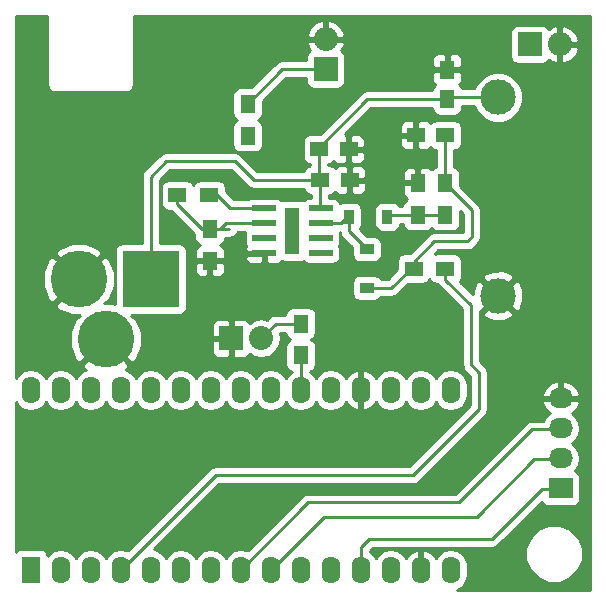
<source format=gbr>
G04 #@! TF.FileFunction,Copper,L1,Top,Signal*
%FSLAX46Y46*%
G04 Gerber Fmt 4.6, Leading zero omitted, Abs format (unit mm)*
G04 Created by KiCad (PCBNEW 4.0.2-stable) date Sunday, December 18, 2016 'PMt' 04:17:45 PM*
%MOMM*%
G01*
G04 APERTURE LIST*
%ADD10C,0.100000*%
%ADD11R,1.574800X2.286000*%
%ADD12O,1.574800X2.286000*%
%ADD13C,4.800600*%
%ADD14R,4.800600X4.800600*%
%ADD15C,3.000000*%
%ADD16R,1.500000X1.250000*%
%ADD17R,1.220000X0.910000*%
%ADD18R,0.910000X1.220000*%
%ADD19R,2.032000X2.032000*%
%ADD20O,2.032000X2.032000*%
%ADD21R,1.300000X1.500000*%
%ADD22R,1.500000X1.300000*%
%ADD23R,2.000000X0.500000*%
%ADD24R,1.300000X4.000000*%
%ADD25R,2.032000X1.727200*%
%ADD26O,2.032000X1.727200*%
%ADD27R,1.250000X1.500000*%
%ADD28C,0.250000*%
%ADD29C,0.254000*%
G04 APERTURE END LIST*
D10*
D11*
X65950000Y-107620000D03*
D12*
X68490000Y-107620000D03*
X71030000Y-107620000D03*
X73570000Y-107620000D03*
X76110000Y-107620000D03*
X78650000Y-107620000D03*
X81190000Y-107620000D03*
X83730000Y-107620000D03*
X86270000Y-107620000D03*
X88810000Y-107620000D03*
X91350000Y-107620000D03*
X93890000Y-107620000D03*
X96430000Y-107620000D03*
X98970000Y-107620000D03*
X101510000Y-107620000D03*
X101510000Y-92380000D03*
X98970000Y-92380000D03*
X96430000Y-92380000D03*
X93890000Y-92380000D03*
X91350000Y-92380000D03*
X88810000Y-92380000D03*
X86270000Y-92380000D03*
X83730000Y-92380000D03*
X81190000Y-92380000D03*
X78650000Y-92380000D03*
X76110000Y-92380000D03*
X73570000Y-92380000D03*
X71030000Y-92380000D03*
X68490000Y-92380000D03*
X65950000Y-92380000D03*
D13*
X70000000Y-83000000D03*
D14*
X76096000Y-83000000D03*
D13*
X72286000Y-88080000D03*
D15*
X105500000Y-84400000D03*
X105500000Y-67600000D03*
D16*
X90350000Y-72000000D03*
X92850000Y-72000000D03*
X98550000Y-70800000D03*
X101050000Y-70800000D03*
D17*
X94400000Y-83735000D03*
X94400000Y-80465000D03*
D18*
X92865000Y-77700000D03*
X96135000Y-77700000D03*
D19*
X82900000Y-88000000D03*
D20*
X85440000Y-88000000D03*
D19*
X90900000Y-65200000D03*
D20*
X90900000Y-62660000D03*
D21*
X81100000Y-81450000D03*
X81100000Y-78750000D03*
X84300000Y-70850000D03*
X84300000Y-68150000D03*
D22*
X78350000Y-75900000D03*
X81050000Y-75900000D03*
D21*
X98700000Y-74850000D03*
X98700000Y-77550000D03*
X101000000Y-77550000D03*
X101000000Y-74850000D03*
X88800000Y-89450000D03*
X88800000Y-86750000D03*
D22*
X101050000Y-82100000D03*
X98350000Y-82100000D03*
D19*
X108200000Y-63100000D03*
D20*
X110740000Y-63100000D03*
D23*
X90500000Y-78265000D03*
X90500000Y-79535000D03*
X90500000Y-80805000D03*
X90500000Y-76995000D03*
X85700000Y-80805000D03*
X85700000Y-79535000D03*
X85700000Y-78265000D03*
X85700000Y-76995000D03*
D24*
X88100000Y-78900000D03*
D25*
X110800000Y-100700000D03*
D26*
X110800000Y-98160000D03*
X110800000Y-95620000D03*
X110800000Y-93080000D03*
D27*
X101200000Y-67750000D03*
X101200000Y-65250000D03*
D16*
X90450000Y-74600000D03*
X92950000Y-74600000D03*
D28*
X111600000Y-95720000D02*
X108380000Y-95720000D01*
X108380000Y-95720000D02*
X102200000Y-101900000D01*
X102200000Y-101900000D02*
X89450000Y-101900000D01*
X89450000Y-101900000D02*
X83730000Y-107620000D01*
X90790000Y-103100000D02*
X86270000Y-107620000D01*
X103700000Y-103100000D02*
X90790000Y-103100000D01*
X108540000Y-98260000D02*
X103700000Y-103100000D01*
X111600000Y-98260000D02*
X108540000Y-98260000D01*
X92865000Y-77600000D02*
X92865000Y-78930000D01*
X92865000Y-78930000D02*
X94400000Y-80465000D01*
X90500000Y-78265000D02*
X92200000Y-78265000D01*
X92200000Y-78265000D02*
X92865000Y-77600000D01*
X98700000Y-77550000D02*
X101000000Y-77550000D01*
X96135000Y-77600000D02*
X98650000Y-77600000D01*
X98650000Y-77600000D02*
X98700000Y-77550000D01*
X81590000Y-99600000D02*
X73570000Y-107620000D01*
X98300000Y-99600000D02*
X81590000Y-99600000D01*
X103900000Y-94000000D02*
X98300000Y-99600000D01*
X103900000Y-90900000D02*
X103900000Y-94000000D01*
X103200000Y-90200000D02*
X103900000Y-90900000D01*
X103200000Y-85200000D02*
X103200000Y-90200000D01*
X101050000Y-83050000D02*
X103200000Y-85200000D01*
X101050000Y-82100000D02*
X101050000Y-83050000D01*
X90900000Y-65200000D02*
X87250000Y-65200000D01*
X87250000Y-65200000D02*
X84300000Y-68150000D01*
X76096000Y-83000000D02*
X76096000Y-74304000D01*
X84800000Y-74600000D02*
X90450000Y-74600000D01*
X83200000Y-73000000D02*
X84800000Y-74600000D01*
X77400000Y-73000000D02*
X83200000Y-73000000D01*
X76096000Y-74304000D02*
X77400000Y-73000000D01*
X111600000Y-100800000D02*
X109200000Y-100800000D01*
X93890000Y-105710000D02*
X93890000Y-107620000D01*
X94600000Y-105000000D02*
X93890000Y-105710000D01*
X105000000Y-105000000D02*
X94600000Y-105000000D01*
X109200000Y-100800000D02*
X105000000Y-105000000D01*
X101200000Y-67750000D02*
X94450000Y-67750000D01*
X94450000Y-67750000D02*
X90350000Y-71850000D01*
X90350000Y-71850000D02*
X90350000Y-72000000D01*
X105500000Y-67600000D02*
X101350000Y-67600000D01*
X101350000Y-67600000D02*
X101200000Y-67750000D01*
X90350000Y-74700000D02*
X90450000Y-74600000D01*
X90350000Y-72000000D02*
X90350000Y-71950000D01*
X90390000Y-74800000D02*
X90390000Y-76885000D01*
X90390000Y-76885000D02*
X90500000Y-76995000D01*
X90350000Y-72000000D02*
X90350000Y-74760000D01*
X90350000Y-74760000D02*
X90390000Y-74800000D01*
X101050000Y-70800000D02*
X101050000Y-74800000D01*
X101050000Y-74800000D02*
X101000000Y-74850000D01*
X98350000Y-82100000D02*
X98350000Y-81550000D01*
X98350000Y-81550000D02*
X100100000Y-79800000D01*
X103300000Y-77150000D02*
X101000000Y-74850000D01*
X103300000Y-79400000D02*
X103300000Y-77150000D01*
X102900000Y-79800000D02*
X103300000Y-79400000D01*
X100100000Y-79800000D02*
X102900000Y-79800000D01*
X94400000Y-83735000D02*
X96465000Y-83735000D01*
X96465000Y-83735000D02*
X98100000Y-82100000D01*
X98100000Y-82100000D02*
X98350000Y-82100000D01*
X88800000Y-86750000D02*
X86690000Y-86750000D01*
X86690000Y-86750000D02*
X85440000Y-88000000D01*
X88810000Y-92380000D02*
X88810000Y-89460000D01*
X88810000Y-89460000D02*
X88800000Y-89450000D01*
X85700000Y-78265000D02*
X82485000Y-78265000D01*
X82485000Y-78265000D02*
X82000000Y-78750000D01*
X81100000Y-78750000D02*
X80450000Y-78750000D01*
X80450000Y-78750000D02*
X78350000Y-76650000D01*
X78350000Y-76650000D02*
X78350000Y-75900000D01*
X82000000Y-78750000D02*
X81100000Y-78750000D01*
X78400000Y-75850000D02*
X78350000Y-75900000D01*
X81100000Y-78750000D02*
X82750000Y-78750000D01*
X85700000Y-76995000D02*
X82845000Y-76995000D01*
X82845000Y-76995000D02*
X81750000Y-75900000D01*
X81750000Y-75900000D02*
X81050000Y-75900000D01*
D29*
G36*
X67315000Y-66500000D02*
X67367143Y-66762138D01*
X67515632Y-66984368D01*
X67737862Y-67132857D01*
X68000000Y-67185000D01*
X74000000Y-67185000D01*
X74262138Y-67132857D01*
X74484368Y-66984368D01*
X74632857Y-66762138D01*
X74685000Y-66500000D01*
X74685000Y-62277056D01*
X89294025Y-62277056D01*
X89413164Y-62533000D01*
X90773000Y-62533000D01*
X90773000Y-61172633D01*
X91027000Y-61172633D01*
X91027000Y-62533000D01*
X92386836Y-62533000D01*
X92505975Y-62277056D01*
X92426013Y-62084000D01*
X106536560Y-62084000D01*
X106536560Y-64116000D01*
X106580838Y-64351317D01*
X106719910Y-64567441D01*
X106932110Y-64712431D01*
X107184000Y-64763440D01*
X109216000Y-64763440D01*
X109451317Y-64719162D01*
X109667441Y-64580090D01*
X109778840Y-64417052D01*
X109875182Y-64506385D01*
X110357056Y-64705975D01*
X110613000Y-64586836D01*
X110613000Y-63227000D01*
X110867000Y-63227000D01*
X110867000Y-64586836D01*
X111122944Y-64705975D01*
X111604818Y-64506385D01*
X112077188Y-64068379D01*
X112345983Y-63482946D01*
X112227367Y-63227000D01*
X110867000Y-63227000D01*
X110613000Y-63227000D01*
X110593000Y-63227000D01*
X110593000Y-62973000D01*
X110613000Y-62973000D01*
X110613000Y-61613164D01*
X110867000Y-61613164D01*
X110867000Y-62973000D01*
X112227367Y-62973000D01*
X112345983Y-62717054D01*
X112077188Y-62131621D01*
X111604818Y-61693615D01*
X111122944Y-61494025D01*
X110867000Y-61613164D01*
X110613000Y-61613164D01*
X110357056Y-61494025D01*
X109875182Y-61693615D01*
X109777602Y-61784097D01*
X109680090Y-61632559D01*
X109467890Y-61487569D01*
X109216000Y-61436560D01*
X107184000Y-61436560D01*
X106948683Y-61480838D01*
X106732559Y-61619910D01*
X106587569Y-61832110D01*
X106536560Y-62084000D01*
X92426013Y-62084000D01*
X92306385Y-61795182D01*
X91868379Y-61322812D01*
X91282946Y-61054017D01*
X91027000Y-61172633D01*
X90773000Y-61172633D01*
X90517054Y-61054017D01*
X89931621Y-61322812D01*
X89493615Y-61795182D01*
X89294025Y-62277056D01*
X74685000Y-62277056D01*
X74685000Y-60685000D01*
X113315000Y-60685000D01*
X113315000Y-109315000D01*
X102068635Y-109315000D01*
X102515789Y-109016222D01*
X102824126Y-108554762D01*
X102932400Y-108010433D01*
X102932400Y-107229567D01*
X102833473Y-106732226D01*
X107814579Y-106732226D01*
X108184504Y-107627514D01*
X108868883Y-108313088D01*
X109763524Y-108684576D01*
X110732226Y-108685421D01*
X111627514Y-108315496D01*
X112313088Y-107631117D01*
X112684576Y-106736476D01*
X112685421Y-105767774D01*
X112315496Y-104872486D01*
X111631117Y-104186912D01*
X110736476Y-103815424D01*
X109767774Y-103814579D01*
X108872486Y-104184504D01*
X108186912Y-104868883D01*
X107815424Y-105763524D01*
X107814579Y-106732226D01*
X102833473Y-106732226D01*
X102824126Y-106685238D01*
X102515789Y-106223778D01*
X102054329Y-105915441D01*
X101510000Y-105807167D01*
X100965671Y-105915441D01*
X100504211Y-106223778D01*
X100240246Y-106618830D01*
X100235525Y-106602738D01*
X99885986Y-106168809D01*
X99396996Y-105901673D01*
X99317060Y-105884990D01*
X99097000Y-106007148D01*
X99097000Y-107493000D01*
X99117000Y-107493000D01*
X99117000Y-107747000D01*
X99097000Y-107747000D01*
X99097000Y-107767000D01*
X98843000Y-107767000D01*
X98843000Y-107747000D01*
X98823000Y-107747000D01*
X98823000Y-107493000D01*
X98843000Y-107493000D01*
X98843000Y-106007148D01*
X98622940Y-105884990D01*
X98543004Y-105901673D01*
X98054014Y-106168809D01*
X97704475Y-106602738D01*
X97699754Y-106618830D01*
X97435789Y-106223778D01*
X96974329Y-105915441D01*
X96430000Y-105807167D01*
X95885671Y-105915441D01*
X95424211Y-106223778D01*
X95160000Y-106619199D01*
X94895789Y-106223778D01*
X94650000Y-106059547D01*
X94650000Y-106024802D01*
X94914802Y-105760000D01*
X105000000Y-105760000D01*
X105290839Y-105702148D01*
X105537401Y-105537401D01*
X109218052Y-101856750D01*
X109319910Y-102015041D01*
X109532110Y-102160031D01*
X109784000Y-102211040D01*
X111816000Y-102211040D01*
X112051317Y-102166762D01*
X112267441Y-102027690D01*
X112412431Y-101815490D01*
X112463440Y-101563600D01*
X112463440Y-99836400D01*
X112419162Y-99601083D01*
X112280090Y-99384959D01*
X112067890Y-99239969D01*
X112026561Y-99231600D01*
X112044415Y-99219670D01*
X112369271Y-98733489D01*
X112483345Y-98160000D01*
X112369271Y-97586511D01*
X112044415Y-97100330D01*
X111729634Y-96890000D01*
X112044415Y-96679670D01*
X112369271Y-96193489D01*
X112483345Y-95620000D01*
X112369271Y-95046511D01*
X112044415Y-94560330D01*
X111734931Y-94353539D01*
X112150732Y-93982036D01*
X112404709Y-93454791D01*
X112407358Y-93439026D01*
X112286217Y-93207000D01*
X110927000Y-93207000D01*
X110927000Y-93227000D01*
X110673000Y-93227000D01*
X110673000Y-93207000D01*
X109313783Y-93207000D01*
X109192642Y-93439026D01*
X109195291Y-93454791D01*
X109449268Y-93982036D01*
X109865069Y-94353539D01*
X109555585Y-94560330D01*
X109288534Y-94960000D01*
X108380000Y-94960000D01*
X108089161Y-95017852D01*
X107842599Y-95182599D01*
X101885198Y-101140000D01*
X89450000Y-101140000D01*
X89159161Y-101197852D01*
X88912599Y-101362599D01*
X84325539Y-105949659D01*
X84274329Y-105915441D01*
X83730000Y-105807167D01*
X83185671Y-105915441D01*
X82724211Y-106223778D01*
X82460000Y-106619199D01*
X82195789Y-106223778D01*
X81734329Y-105915441D01*
X81190000Y-105807167D01*
X80645671Y-105915441D01*
X80184211Y-106223778D01*
X79920000Y-106619199D01*
X79655789Y-106223778D01*
X79194329Y-105915441D01*
X78650000Y-105807167D01*
X78105671Y-105915441D01*
X77644211Y-106223778D01*
X77380000Y-106619199D01*
X77115789Y-106223778D01*
X76654329Y-105915441D01*
X76399959Y-105864843D01*
X81904802Y-100360000D01*
X98300000Y-100360000D01*
X98590839Y-100302148D01*
X98837401Y-100137401D01*
X104437401Y-94537401D01*
X104602148Y-94290839D01*
X104660000Y-94000000D01*
X104660000Y-92720974D01*
X109192642Y-92720974D01*
X109313783Y-92953000D01*
X110673000Y-92953000D01*
X110673000Y-91739076D01*
X110927000Y-91739076D01*
X110927000Y-92953000D01*
X112286217Y-92953000D01*
X112407358Y-92720974D01*
X112404709Y-92705209D01*
X112150732Y-92177964D01*
X111714320Y-91788046D01*
X111161913Y-91594816D01*
X110927000Y-91739076D01*
X110673000Y-91739076D01*
X110438087Y-91594816D01*
X109885680Y-91788046D01*
X109449268Y-92177964D01*
X109195291Y-92705209D01*
X109192642Y-92720974D01*
X104660000Y-92720974D01*
X104660000Y-90900000D01*
X104602148Y-90609161D01*
X104497063Y-90451890D01*
X104437401Y-90362598D01*
X103960000Y-89885198D01*
X103960000Y-85913970D01*
X104165635Y-85913970D01*
X104325418Y-86232739D01*
X105116187Y-86542723D01*
X105965387Y-86526497D01*
X106674582Y-86232739D01*
X106834365Y-85913970D01*
X105500000Y-84579605D01*
X104165635Y-85913970D01*
X103960000Y-85913970D01*
X103960000Y-85721317D01*
X103986030Y-85734365D01*
X105320395Y-84400000D01*
X105679605Y-84400000D01*
X107013970Y-85734365D01*
X107332739Y-85574582D01*
X107642723Y-84783813D01*
X107626497Y-83934613D01*
X107332739Y-83225418D01*
X107013970Y-83065635D01*
X105679605Y-84400000D01*
X105320395Y-84400000D01*
X103986030Y-83065635D01*
X103667261Y-83225418D01*
X103357277Y-84016187D01*
X103362464Y-84287662D01*
X102266643Y-83191841D01*
X102396431Y-83001890D01*
X102419893Y-82886030D01*
X104165635Y-82886030D01*
X105500000Y-84220395D01*
X106834365Y-82886030D01*
X106674582Y-82567261D01*
X105883813Y-82257277D01*
X105034613Y-82273503D01*
X104325418Y-82567261D01*
X104165635Y-82886030D01*
X102419893Y-82886030D01*
X102447440Y-82750000D01*
X102447440Y-81450000D01*
X102403162Y-81214683D01*
X102264090Y-80998559D01*
X102051890Y-80853569D01*
X101800000Y-80802560D01*
X100300000Y-80802560D01*
X100142631Y-80832171D01*
X100414802Y-80560000D01*
X102900000Y-80560000D01*
X103190839Y-80502148D01*
X103437401Y-80337401D01*
X103837401Y-79937401D01*
X104002148Y-79690840D01*
X104038119Y-79510000D01*
X104060000Y-79400000D01*
X104060000Y-77150000D01*
X104018395Y-76940839D01*
X104002148Y-76859160D01*
X103837401Y-76612599D01*
X102297440Y-75072638D01*
X102297440Y-74100000D01*
X102253162Y-73864683D01*
X102114090Y-73648559D01*
X101901890Y-73503569D01*
X101810000Y-73484961D01*
X101810000Y-72070558D01*
X102035317Y-72028162D01*
X102251441Y-71889090D01*
X102396431Y-71676890D01*
X102447440Y-71425000D01*
X102447440Y-70175000D01*
X102403162Y-69939683D01*
X102264090Y-69723559D01*
X102051890Y-69578569D01*
X101800000Y-69527560D01*
X100300000Y-69527560D01*
X100064683Y-69571838D01*
X99848559Y-69710910D01*
X99802031Y-69779006D01*
X99659698Y-69636673D01*
X99426309Y-69540000D01*
X98835750Y-69540000D01*
X98677000Y-69698750D01*
X98677000Y-70673000D01*
X98697000Y-70673000D01*
X98697000Y-70927000D01*
X98677000Y-70927000D01*
X98677000Y-71901250D01*
X98835750Y-72060000D01*
X99426309Y-72060000D01*
X99659698Y-71963327D01*
X99800936Y-71822090D01*
X99835910Y-71876441D01*
X100048110Y-72021431D01*
X100290000Y-72070415D01*
X100290000Y-73463850D01*
X100114683Y-73496838D01*
X99898559Y-73635910D01*
X99852031Y-73704006D01*
X99709699Y-73561673D01*
X99476310Y-73465000D01*
X98985750Y-73465000D01*
X98827000Y-73623750D01*
X98827000Y-74723000D01*
X98847000Y-74723000D01*
X98847000Y-74977000D01*
X98827000Y-74977000D01*
X98827000Y-74997000D01*
X98573000Y-74997000D01*
X98573000Y-74977000D01*
X97573750Y-74977000D01*
X97415000Y-75135750D01*
X97415000Y-75726309D01*
X97511673Y-75959698D01*
X97690301Y-76138327D01*
X97826287Y-76194654D01*
X97814683Y-76196838D01*
X97598559Y-76335910D01*
X97453569Y-76548110D01*
X97402560Y-76800000D01*
X97402560Y-76840000D01*
X97183714Y-76840000D01*
X97054090Y-76638559D01*
X96841890Y-76493569D01*
X96590000Y-76442560D01*
X95680000Y-76442560D01*
X95444683Y-76486838D01*
X95228559Y-76625910D01*
X95083569Y-76838110D01*
X95032560Y-77090000D01*
X95032560Y-78310000D01*
X95076838Y-78545317D01*
X95215910Y-78761441D01*
X95428110Y-78906431D01*
X95680000Y-78957440D01*
X96590000Y-78957440D01*
X96825317Y-78913162D01*
X97041441Y-78774090D01*
X97186431Y-78561890D01*
X97227315Y-78360000D01*
X97413850Y-78360000D01*
X97446838Y-78535317D01*
X97585910Y-78751441D01*
X97798110Y-78896431D01*
X98050000Y-78947440D01*
X99350000Y-78947440D01*
X99585317Y-78903162D01*
X99801441Y-78764090D01*
X99849134Y-78694289D01*
X99885910Y-78751441D01*
X100098110Y-78896431D01*
X100350000Y-78947440D01*
X101650000Y-78947440D01*
X101885317Y-78903162D01*
X102101441Y-78764090D01*
X102246431Y-78551890D01*
X102297440Y-78300000D01*
X102297440Y-77222242D01*
X102540000Y-77464802D01*
X102540000Y-79040000D01*
X100100000Y-79040000D01*
X99809161Y-79097852D01*
X99562599Y-79262599D01*
X98022638Y-80802560D01*
X97600000Y-80802560D01*
X97364683Y-80846838D01*
X97148559Y-80985910D01*
X97003569Y-81198110D01*
X96952560Y-81450000D01*
X96952560Y-82172638D01*
X96150198Y-82975000D01*
X95568322Y-82975000D01*
X95474090Y-82828559D01*
X95261890Y-82683569D01*
X95010000Y-82632560D01*
X93790000Y-82632560D01*
X93554683Y-82676838D01*
X93338559Y-82815910D01*
X93193569Y-83028110D01*
X93142560Y-83280000D01*
X93142560Y-84190000D01*
X93186838Y-84425317D01*
X93325910Y-84641441D01*
X93538110Y-84786431D01*
X93790000Y-84837440D01*
X95010000Y-84837440D01*
X95245317Y-84793162D01*
X95461441Y-84654090D01*
X95570143Y-84495000D01*
X96465000Y-84495000D01*
X96755839Y-84437148D01*
X97002401Y-84272401D01*
X97877362Y-83397440D01*
X99100000Y-83397440D01*
X99335317Y-83353162D01*
X99551441Y-83214090D01*
X99696431Y-83001890D01*
X99699081Y-82988803D01*
X99835910Y-83201441D01*
X100048110Y-83346431D01*
X100300000Y-83397440D01*
X100385671Y-83397440D01*
X100512599Y-83587401D01*
X102440000Y-85514802D01*
X102440000Y-90200000D01*
X102497852Y-90490839D01*
X102662599Y-90737401D01*
X103140000Y-91214803D01*
X103140000Y-93685198D01*
X97985198Y-98840000D01*
X81590000Y-98840000D01*
X81299161Y-98897852D01*
X81052599Y-99062599D01*
X74165539Y-105949659D01*
X74114329Y-105915441D01*
X73570000Y-105807167D01*
X73025671Y-105915441D01*
X72564211Y-106223778D01*
X72300000Y-106619199D01*
X72035789Y-106223778D01*
X71574329Y-105915441D01*
X71030000Y-105807167D01*
X70485671Y-105915441D01*
X70024211Y-106223778D01*
X69760000Y-106619199D01*
X69495789Y-106223778D01*
X69034329Y-105915441D01*
X68490000Y-105807167D01*
X67945671Y-105915441D01*
X67484211Y-106223778D01*
X67369497Y-106395460D01*
X67340562Y-106241683D01*
X67201490Y-106025559D01*
X66989290Y-105880569D01*
X66737400Y-105829560D01*
X65162600Y-105829560D01*
X64927283Y-105873838D01*
X64711159Y-106012910D01*
X64685000Y-106051195D01*
X64685000Y-93388284D01*
X64944211Y-93776222D01*
X65405671Y-94084559D01*
X65950000Y-94192833D01*
X66494329Y-94084559D01*
X66955789Y-93776222D01*
X67220000Y-93380801D01*
X67484211Y-93776222D01*
X67945671Y-94084559D01*
X68490000Y-94192833D01*
X69034329Y-94084559D01*
X69495789Y-93776222D01*
X69760000Y-93380801D01*
X70024211Y-93776222D01*
X70485671Y-94084559D01*
X71030000Y-94192833D01*
X71574329Y-94084559D01*
X72035789Y-93776222D01*
X72300000Y-93380801D01*
X72564211Y-93776222D01*
X73025671Y-94084559D01*
X73570000Y-94192833D01*
X74114329Y-94084559D01*
X74575789Y-93776222D01*
X74840000Y-93380801D01*
X75104211Y-93776222D01*
X75565671Y-94084559D01*
X76110000Y-94192833D01*
X76654329Y-94084559D01*
X77115789Y-93776222D01*
X77380000Y-93380801D01*
X77644211Y-93776222D01*
X78105671Y-94084559D01*
X78650000Y-94192833D01*
X79194329Y-94084559D01*
X79655789Y-93776222D01*
X79920000Y-93380801D01*
X80184211Y-93776222D01*
X80645671Y-94084559D01*
X81190000Y-94192833D01*
X81734329Y-94084559D01*
X82195789Y-93776222D01*
X82460000Y-93380801D01*
X82724211Y-93776222D01*
X83185671Y-94084559D01*
X83730000Y-94192833D01*
X84274329Y-94084559D01*
X84735789Y-93776222D01*
X85000000Y-93380801D01*
X85264211Y-93776222D01*
X85725671Y-94084559D01*
X86270000Y-94192833D01*
X86814329Y-94084559D01*
X87275789Y-93776222D01*
X87540000Y-93380801D01*
X87804211Y-93776222D01*
X88265671Y-94084559D01*
X88810000Y-94192833D01*
X89354329Y-94084559D01*
X89815789Y-93776222D01*
X90080000Y-93380801D01*
X90344211Y-93776222D01*
X90805671Y-94084559D01*
X91350000Y-94192833D01*
X91894329Y-94084559D01*
X92355789Y-93776222D01*
X92619754Y-93381170D01*
X92624475Y-93397262D01*
X92974014Y-93831191D01*
X93463004Y-94098327D01*
X93542940Y-94115010D01*
X93763000Y-93992852D01*
X93763000Y-92507000D01*
X93743000Y-92507000D01*
X93743000Y-92253000D01*
X93763000Y-92253000D01*
X93763000Y-90767148D01*
X94017000Y-90767148D01*
X94017000Y-92253000D01*
X94037000Y-92253000D01*
X94037000Y-92507000D01*
X94017000Y-92507000D01*
X94017000Y-93992852D01*
X94237060Y-94115010D01*
X94316996Y-94098327D01*
X94805986Y-93831191D01*
X95155525Y-93397262D01*
X95160246Y-93381170D01*
X95424211Y-93776222D01*
X95885671Y-94084559D01*
X96430000Y-94192833D01*
X96974329Y-94084559D01*
X97435789Y-93776222D01*
X97700000Y-93380801D01*
X97964211Y-93776222D01*
X98425671Y-94084559D01*
X98970000Y-94192833D01*
X99514329Y-94084559D01*
X99975789Y-93776222D01*
X100240000Y-93380801D01*
X100504211Y-93776222D01*
X100965671Y-94084559D01*
X101510000Y-94192833D01*
X102054329Y-94084559D01*
X102515789Y-93776222D01*
X102824126Y-93314762D01*
X102932400Y-92770433D01*
X102932400Y-91989567D01*
X102824126Y-91445238D01*
X102515789Y-90983778D01*
X102054329Y-90675441D01*
X101510000Y-90567167D01*
X100965671Y-90675441D01*
X100504211Y-90983778D01*
X100240000Y-91379199D01*
X99975789Y-90983778D01*
X99514329Y-90675441D01*
X98970000Y-90567167D01*
X98425671Y-90675441D01*
X97964211Y-90983778D01*
X97700000Y-91379199D01*
X97435789Y-90983778D01*
X96974329Y-90675441D01*
X96430000Y-90567167D01*
X95885671Y-90675441D01*
X95424211Y-90983778D01*
X95160246Y-91378830D01*
X95155525Y-91362738D01*
X94805986Y-90928809D01*
X94316996Y-90661673D01*
X94237060Y-90644990D01*
X94017000Y-90767148D01*
X93763000Y-90767148D01*
X93542940Y-90644990D01*
X93463004Y-90661673D01*
X92974014Y-90928809D01*
X92624475Y-91362738D01*
X92619754Y-91378830D01*
X92355789Y-90983778D01*
X91894329Y-90675441D01*
X91350000Y-90567167D01*
X90805671Y-90675441D01*
X90344211Y-90983778D01*
X90080000Y-91379199D01*
X89815789Y-90983778D01*
X89576204Y-90823693D01*
X89685317Y-90803162D01*
X89901441Y-90664090D01*
X90046431Y-90451890D01*
X90097440Y-90200000D01*
X90097440Y-88700000D01*
X90053162Y-88464683D01*
X89914090Y-88248559D01*
X89701890Y-88103569D01*
X89688803Y-88100919D01*
X89901441Y-87964090D01*
X90046431Y-87751890D01*
X90097440Y-87500000D01*
X90097440Y-86000000D01*
X90053162Y-85764683D01*
X89914090Y-85548559D01*
X89701890Y-85403569D01*
X89450000Y-85352560D01*
X88150000Y-85352560D01*
X87914683Y-85396838D01*
X87698559Y-85535910D01*
X87553569Y-85748110D01*
X87504585Y-85990000D01*
X86690000Y-85990000D01*
X86399161Y-86047852D01*
X86152599Y-86212599D01*
X85947579Y-86417619D01*
X85440000Y-86316655D01*
X84808190Y-86442330D01*
X84471999Y-86666966D01*
X84454327Y-86624302D01*
X84275699Y-86445673D01*
X84042310Y-86349000D01*
X83185750Y-86349000D01*
X83027000Y-86507750D01*
X83027000Y-87873000D01*
X83047000Y-87873000D01*
X83047000Y-88127000D01*
X83027000Y-88127000D01*
X83027000Y-89492250D01*
X83185750Y-89651000D01*
X84042310Y-89651000D01*
X84275699Y-89554327D01*
X84454327Y-89375698D01*
X84471999Y-89333034D01*
X84808190Y-89557670D01*
X85440000Y-89683345D01*
X86071810Y-89557670D01*
X86607433Y-89199778D01*
X86965325Y-88664155D01*
X87091000Y-88032345D01*
X87091000Y-87967655D01*
X87000769Y-87514033D01*
X87004802Y-87510000D01*
X87504442Y-87510000D01*
X87546838Y-87735317D01*
X87685910Y-87951441D01*
X87898110Y-88096431D01*
X87911197Y-88099081D01*
X87698559Y-88235910D01*
X87553569Y-88448110D01*
X87502560Y-88700000D01*
X87502560Y-90200000D01*
X87546838Y-90435317D01*
X87685910Y-90651441D01*
X87898110Y-90796431D01*
X88041223Y-90825412D01*
X87804211Y-90983778D01*
X87540000Y-91379199D01*
X87275789Y-90983778D01*
X86814329Y-90675441D01*
X86270000Y-90567167D01*
X85725671Y-90675441D01*
X85264211Y-90983778D01*
X85000000Y-91379199D01*
X84735789Y-90983778D01*
X84274329Y-90675441D01*
X83730000Y-90567167D01*
X83185671Y-90675441D01*
X82724211Y-90983778D01*
X82460000Y-91379199D01*
X82195789Y-90983778D01*
X81734329Y-90675441D01*
X81190000Y-90567167D01*
X80645671Y-90675441D01*
X80184211Y-90983778D01*
X79920000Y-91379199D01*
X79655789Y-90983778D01*
X79194329Y-90675441D01*
X78650000Y-90567167D01*
X78105671Y-90675441D01*
X77644211Y-90983778D01*
X77380000Y-91379199D01*
X77115789Y-90983778D01*
X76654329Y-90675441D01*
X76110000Y-90567167D01*
X75565671Y-90675441D01*
X75104211Y-90983778D01*
X74840000Y-91379199D01*
X74575789Y-90983778D01*
X74114329Y-90675441D01*
X74002747Y-90653246D01*
X74270330Y-90243936D01*
X72286000Y-88259605D01*
X70301670Y-90243936D01*
X70571221Y-90656257D01*
X70574767Y-90657719D01*
X70485671Y-90675441D01*
X70024211Y-90983778D01*
X69760000Y-91379199D01*
X69495789Y-90983778D01*
X69034329Y-90675441D01*
X68490000Y-90567167D01*
X67945671Y-90675441D01*
X67484211Y-90983778D01*
X67220000Y-91379199D01*
X66955789Y-90983778D01*
X66494329Y-90675441D01*
X65950000Y-90567167D01*
X65405671Y-90675441D01*
X64944211Y-90983778D01*
X64685000Y-91371716D01*
X64685000Y-85163936D01*
X68015670Y-85163936D01*
X68285221Y-85576257D01*
X69401642Y-86036369D01*
X70061587Y-86035195D01*
X70122063Y-86095671D01*
X69709743Y-86365221D01*
X69249631Y-87481642D01*
X69251779Y-88689157D01*
X69709743Y-89794779D01*
X70122064Y-90064330D01*
X72106395Y-88080000D01*
X72092252Y-88065858D01*
X72271858Y-87886252D01*
X72286000Y-87900395D01*
X72300142Y-87886252D01*
X72479748Y-88065858D01*
X72465605Y-88080000D01*
X74449936Y-90064330D01*
X74862257Y-89794779D01*
X75322369Y-88678358D01*
X75321671Y-88285750D01*
X81249000Y-88285750D01*
X81249000Y-89142309D01*
X81345673Y-89375698D01*
X81524301Y-89554327D01*
X81757690Y-89651000D01*
X82614250Y-89651000D01*
X82773000Y-89492250D01*
X82773000Y-88127000D01*
X81407750Y-88127000D01*
X81249000Y-88285750D01*
X75321671Y-88285750D01*
X75320221Y-87470843D01*
X75066245Y-86857691D01*
X81249000Y-86857691D01*
X81249000Y-87714250D01*
X81407750Y-87873000D01*
X82773000Y-87873000D01*
X82773000Y-86507750D01*
X82614250Y-86349000D01*
X81757690Y-86349000D01*
X81524301Y-86445673D01*
X81345673Y-86624302D01*
X81249000Y-86857691D01*
X75066245Y-86857691D01*
X74862257Y-86365221D01*
X74449937Y-86095671D01*
X74497868Y-86047740D01*
X78496300Y-86047740D01*
X78731617Y-86003462D01*
X78947741Y-85864390D01*
X79092731Y-85652190D01*
X79143740Y-85400300D01*
X79143740Y-81735750D01*
X79815000Y-81735750D01*
X79815000Y-82326309D01*
X79911673Y-82559698D01*
X80090301Y-82738327D01*
X80323690Y-82835000D01*
X80814250Y-82835000D01*
X80973000Y-82676250D01*
X80973000Y-81577000D01*
X81227000Y-81577000D01*
X81227000Y-82676250D01*
X81385750Y-82835000D01*
X81876310Y-82835000D01*
X82109699Y-82738327D01*
X82288327Y-82559698D01*
X82385000Y-82326309D01*
X82385000Y-81735750D01*
X82226250Y-81577000D01*
X81227000Y-81577000D01*
X80973000Y-81577000D01*
X79973750Y-81577000D01*
X79815000Y-81735750D01*
X79143740Y-81735750D01*
X79143740Y-80599700D01*
X79099462Y-80364383D01*
X78960390Y-80148259D01*
X78748190Y-80003269D01*
X78496300Y-79952260D01*
X76856000Y-79952260D01*
X76856000Y-74618802D01*
X77714802Y-73760000D01*
X82885198Y-73760000D01*
X84262599Y-75137401D01*
X84509161Y-75302148D01*
X84800000Y-75360000D01*
X89077962Y-75360000D01*
X89096838Y-75460317D01*
X89235910Y-75676441D01*
X89448110Y-75821431D01*
X89630000Y-75858265D01*
X89630000Y-76097560D01*
X89500000Y-76097560D01*
X89264683Y-76141838D01*
X89048559Y-76280910D01*
X89023151Y-76318096D01*
X89001890Y-76303569D01*
X88750000Y-76252560D01*
X87450000Y-76252560D01*
X87214683Y-76296838D01*
X87180397Y-76318901D01*
X87164090Y-76293559D01*
X86951890Y-76148569D01*
X86700000Y-76097560D01*
X84700000Y-76097560D01*
X84464683Y-76141838D01*
X84319905Y-76235000D01*
X83159802Y-76235000D01*
X82447440Y-75522638D01*
X82447440Y-75250000D01*
X82403162Y-75014683D01*
X82264090Y-74798559D01*
X82051890Y-74653569D01*
X81800000Y-74602560D01*
X80300000Y-74602560D01*
X80064683Y-74646838D01*
X79848559Y-74785910D01*
X79703569Y-74998110D01*
X79700919Y-75011197D01*
X79564090Y-74798559D01*
X79351890Y-74653569D01*
X79100000Y-74602560D01*
X77600000Y-74602560D01*
X77364683Y-74646838D01*
X77148559Y-74785910D01*
X77003569Y-74998110D01*
X76952560Y-75250000D01*
X76952560Y-76550000D01*
X76996838Y-76785317D01*
X77135910Y-77001441D01*
X77348110Y-77146431D01*
X77600000Y-77197440D01*
X77822638Y-77197440D01*
X79802560Y-79177362D01*
X79802560Y-79500000D01*
X79846838Y-79735317D01*
X79985910Y-79951441D01*
X80198110Y-80096431D01*
X80231490Y-80103191D01*
X80090301Y-80161673D01*
X79911673Y-80340302D01*
X79815000Y-80573691D01*
X79815000Y-81164250D01*
X79973750Y-81323000D01*
X80973000Y-81323000D01*
X80973000Y-81303000D01*
X81227000Y-81303000D01*
X81227000Y-81323000D01*
X82226250Y-81323000D01*
X82385000Y-81164250D01*
X82385000Y-81088750D01*
X84065000Y-81088750D01*
X84065000Y-81181309D01*
X84161673Y-81414698D01*
X84340301Y-81593327D01*
X84573690Y-81690000D01*
X85414250Y-81690000D01*
X85573000Y-81531250D01*
X85573000Y-80930000D01*
X84223750Y-80930000D01*
X84065000Y-81088750D01*
X82385000Y-81088750D01*
X82385000Y-80573691D01*
X82288327Y-80340302D01*
X82109699Y-80161673D01*
X81973713Y-80105346D01*
X81985317Y-80103162D01*
X82201441Y-79964090D01*
X82346431Y-79751890D01*
X82395415Y-79510000D01*
X82750000Y-79510000D01*
X83040839Y-79452148D01*
X83287401Y-79287401D01*
X83452148Y-79040839D01*
X83455299Y-79025000D01*
X84109110Y-79025000D01*
X84103569Y-79033110D01*
X84052560Y-79285000D01*
X84052560Y-79785000D01*
X84096838Y-80020317D01*
X84190736Y-80166239D01*
X84161673Y-80195302D01*
X84065000Y-80428691D01*
X84065000Y-80521250D01*
X84223750Y-80680000D01*
X85573000Y-80680000D01*
X85573000Y-80658000D01*
X85827000Y-80658000D01*
X85827000Y-80680000D01*
X85847000Y-80680000D01*
X85847000Y-80930000D01*
X85827000Y-80930000D01*
X85827000Y-81531250D01*
X85985750Y-81690000D01*
X86826310Y-81690000D01*
X87059699Y-81593327D01*
X87173446Y-81479579D01*
X87198110Y-81496431D01*
X87450000Y-81547440D01*
X88750000Y-81547440D01*
X88985317Y-81503162D01*
X89019603Y-81481099D01*
X89035910Y-81506441D01*
X89248110Y-81651431D01*
X89500000Y-81702440D01*
X91500000Y-81702440D01*
X91735317Y-81658162D01*
X91951441Y-81519090D01*
X92096431Y-81306890D01*
X92147440Y-81055000D01*
X92147440Y-80555000D01*
X92103162Y-80319683D01*
X92006183Y-80168973D01*
X92096431Y-80036890D01*
X92147440Y-79785000D01*
X92147440Y-79285000D01*
X92103162Y-79049683D01*
X92087279Y-79025000D01*
X92123897Y-79025000D01*
X92162852Y-79220839D01*
X92327599Y-79467401D01*
X93142560Y-80282362D01*
X93142560Y-80920000D01*
X93186838Y-81155317D01*
X93325910Y-81371441D01*
X93538110Y-81516431D01*
X93790000Y-81567440D01*
X95010000Y-81567440D01*
X95245317Y-81523162D01*
X95461441Y-81384090D01*
X95606431Y-81171890D01*
X95657440Y-80920000D01*
X95657440Y-80010000D01*
X95613162Y-79774683D01*
X95474090Y-79558559D01*
X95261890Y-79413569D01*
X95010000Y-79362560D01*
X94372362Y-79362560D01*
X93776495Y-78766693D01*
X93916431Y-78561890D01*
X93967440Y-78310000D01*
X93967440Y-77090000D01*
X93923162Y-76854683D01*
X93784090Y-76638559D01*
X93571890Y-76493569D01*
X93320000Y-76442560D01*
X92410000Y-76442560D01*
X92174683Y-76486838D01*
X92107052Y-76530357D01*
X92103162Y-76509683D01*
X91964090Y-76293559D01*
X91751890Y-76148569D01*
X91500000Y-76097560D01*
X91150000Y-76097560D01*
X91150000Y-75872440D01*
X91200000Y-75872440D01*
X91435317Y-75828162D01*
X91651441Y-75689090D01*
X91697969Y-75620994D01*
X91840302Y-75763327D01*
X92073691Y-75860000D01*
X92664250Y-75860000D01*
X92823000Y-75701250D01*
X92823000Y-74727000D01*
X93077000Y-74727000D01*
X93077000Y-75701250D01*
X93235750Y-75860000D01*
X93826309Y-75860000D01*
X94059698Y-75763327D01*
X94238327Y-75584699D01*
X94335000Y-75351310D01*
X94335000Y-74885750D01*
X94176250Y-74727000D01*
X93077000Y-74727000D01*
X92823000Y-74727000D01*
X92803000Y-74727000D01*
X92803000Y-74473000D01*
X92823000Y-74473000D01*
X92823000Y-73498750D01*
X93077000Y-73498750D01*
X93077000Y-74473000D01*
X94176250Y-74473000D01*
X94335000Y-74314250D01*
X94335000Y-73973691D01*
X97415000Y-73973691D01*
X97415000Y-74564250D01*
X97573750Y-74723000D01*
X98573000Y-74723000D01*
X98573000Y-73623750D01*
X98414250Y-73465000D01*
X97923690Y-73465000D01*
X97690301Y-73561673D01*
X97511673Y-73740302D01*
X97415000Y-73973691D01*
X94335000Y-73973691D01*
X94335000Y-73848690D01*
X94238327Y-73615301D01*
X94059698Y-73436673D01*
X93826309Y-73340000D01*
X93235750Y-73340000D01*
X93077000Y-73498750D01*
X92823000Y-73498750D01*
X92664250Y-73340000D01*
X92073691Y-73340000D01*
X91840302Y-73436673D01*
X91699064Y-73577910D01*
X91664090Y-73523559D01*
X91451890Y-73378569D01*
X91200000Y-73327560D01*
X91110000Y-73327560D01*
X91110000Y-73270558D01*
X91335317Y-73228162D01*
X91551441Y-73089090D01*
X91597969Y-73020994D01*
X91740302Y-73163327D01*
X91973691Y-73260000D01*
X92564250Y-73260000D01*
X92723000Y-73101250D01*
X92723000Y-72127000D01*
X92977000Y-72127000D01*
X92977000Y-73101250D01*
X93135750Y-73260000D01*
X93726309Y-73260000D01*
X93959698Y-73163327D01*
X94138327Y-72984699D01*
X94235000Y-72751310D01*
X94235000Y-72285750D01*
X94076250Y-72127000D01*
X92977000Y-72127000D01*
X92723000Y-72127000D01*
X92703000Y-72127000D01*
X92703000Y-71873000D01*
X92723000Y-71873000D01*
X92723000Y-70898750D01*
X92977000Y-70898750D01*
X92977000Y-71873000D01*
X94076250Y-71873000D01*
X94235000Y-71714250D01*
X94235000Y-71248690D01*
X94167508Y-71085750D01*
X97165000Y-71085750D01*
X97165000Y-71551310D01*
X97261673Y-71784699D01*
X97440302Y-71963327D01*
X97673691Y-72060000D01*
X98264250Y-72060000D01*
X98423000Y-71901250D01*
X98423000Y-70927000D01*
X97323750Y-70927000D01*
X97165000Y-71085750D01*
X94167508Y-71085750D01*
X94138327Y-71015301D01*
X93959698Y-70836673D01*
X93726309Y-70740000D01*
X93135750Y-70740000D01*
X92977000Y-70898750D01*
X92723000Y-70898750D01*
X92564250Y-70740000D01*
X92534802Y-70740000D01*
X93226112Y-70048690D01*
X97165000Y-70048690D01*
X97165000Y-70514250D01*
X97323750Y-70673000D01*
X98423000Y-70673000D01*
X98423000Y-69698750D01*
X98264250Y-69540000D01*
X97673691Y-69540000D01*
X97440302Y-69636673D01*
X97261673Y-69815301D01*
X97165000Y-70048690D01*
X93226112Y-70048690D01*
X94764802Y-68510000D01*
X99929442Y-68510000D01*
X99971838Y-68735317D01*
X100110910Y-68951441D01*
X100323110Y-69096431D01*
X100575000Y-69147440D01*
X101825000Y-69147440D01*
X102060317Y-69103162D01*
X102276441Y-68964090D01*
X102421431Y-68751890D01*
X102472440Y-68500000D01*
X102472440Y-68360000D01*
X103503952Y-68360000D01*
X103688980Y-68807800D01*
X104289041Y-69408909D01*
X105073459Y-69734628D01*
X105922815Y-69735370D01*
X106707800Y-69411020D01*
X107308909Y-68810959D01*
X107634628Y-68026541D01*
X107635370Y-67177185D01*
X107311020Y-66392200D01*
X106710959Y-65791091D01*
X105926541Y-65465372D01*
X105077185Y-65464630D01*
X104292200Y-65788980D01*
X103691091Y-66389041D01*
X103503836Y-66840000D01*
X102442334Y-66840000D01*
X102428162Y-66764683D01*
X102289090Y-66548559D01*
X102220994Y-66502031D01*
X102363327Y-66359698D01*
X102460000Y-66126309D01*
X102460000Y-65535750D01*
X102301250Y-65377000D01*
X101327000Y-65377000D01*
X101327000Y-65397000D01*
X101073000Y-65397000D01*
X101073000Y-65377000D01*
X100098750Y-65377000D01*
X99940000Y-65535750D01*
X99940000Y-66126309D01*
X100036673Y-66359698D01*
X100177910Y-66500936D01*
X100123559Y-66535910D01*
X99978569Y-66748110D01*
X99929585Y-66990000D01*
X94450000Y-66990000D01*
X94159161Y-67047852D01*
X93912599Y-67212599D01*
X90397638Y-70727560D01*
X89600000Y-70727560D01*
X89364683Y-70771838D01*
X89148559Y-70910910D01*
X89003569Y-71123110D01*
X88952560Y-71375000D01*
X88952560Y-72625000D01*
X88996838Y-72860317D01*
X89135910Y-73076441D01*
X89348110Y-73221431D01*
X89590000Y-73270415D01*
X89590000Y-73348258D01*
X89464683Y-73371838D01*
X89248559Y-73510910D01*
X89103569Y-73723110D01*
X89079898Y-73840000D01*
X85114802Y-73840000D01*
X83737401Y-72462599D01*
X83490839Y-72297852D01*
X83200000Y-72240000D01*
X77400000Y-72240000D01*
X77109161Y-72297852D01*
X77109159Y-72297853D01*
X77109160Y-72297853D01*
X76862599Y-72462599D01*
X75558599Y-73766599D01*
X75393852Y-74013161D01*
X75336000Y-74304000D01*
X75336000Y-79952260D01*
X73695700Y-79952260D01*
X73460383Y-79996538D01*
X73244259Y-80135610D01*
X73099269Y-80347810D01*
X73048260Y-80599700D01*
X73048260Y-85111180D01*
X72884358Y-85043631D01*
X72224413Y-85044805D01*
X72163937Y-84984329D01*
X72576257Y-84714779D01*
X73036369Y-83598358D01*
X73034221Y-82390843D01*
X72576257Y-81285221D01*
X72163936Y-81015670D01*
X70179605Y-83000000D01*
X70193748Y-83014142D01*
X70014142Y-83193748D01*
X70000000Y-83179605D01*
X68015670Y-85163936D01*
X64685000Y-85163936D01*
X64685000Y-82401642D01*
X66963631Y-82401642D01*
X66965779Y-83609157D01*
X67423743Y-84714779D01*
X67836064Y-84984330D01*
X69820395Y-83000000D01*
X67836064Y-81015670D01*
X67423743Y-81285221D01*
X66963631Y-82401642D01*
X64685000Y-82401642D01*
X64685000Y-80836064D01*
X68015670Y-80836064D01*
X70000000Y-82820395D01*
X71984330Y-80836064D01*
X71714779Y-80423743D01*
X70598358Y-79963631D01*
X69390843Y-79965779D01*
X68285221Y-80423743D01*
X68015670Y-80836064D01*
X64685000Y-80836064D01*
X64685000Y-67400000D01*
X83002560Y-67400000D01*
X83002560Y-68900000D01*
X83046838Y-69135317D01*
X83185910Y-69351441D01*
X83398110Y-69496431D01*
X83411197Y-69499081D01*
X83198559Y-69635910D01*
X83053569Y-69848110D01*
X83002560Y-70100000D01*
X83002560Y-71600000D01*
X83046838Y-71835317D01*
X83185910Y-72051441D01*
X83398110Y-72196431D01*
X83650000Y-72247440D01*
X84950000Y-72247440D01*
X85185317Y-72203162D01*
X85401441Y-72064090D01*
X85546431Y-71851890D01*
X85597440Y-71600000D01*
X85597440Y-70100000D01*
X85553162Y-69864683D01*
X85414090Y-69648559D01*
X85201890Y-69503569D01*
X85188803Y-69500919D01*
X85401441Y-69364090D01*
X85546431Y-69151890D01*
X85597440Y-68900000D01*
X85597440Y-67927362D01*
X87564802Y-65960000D01*
X89236560Y-65960000D01*
X89236560Y-66216000D01*
X89280838Y-66451317D01*
X89419910Y-66667441D01*
X89632110Y-66812431D01*
X89884000Y-66863440D01*
X91916000Y-66863440D01*
X92151317Y-66819162D01*
X92367441Y-66680090D01*
X92512431Y-66467890D01*
X92563440Y-66216000D01*
X92563440Y-64373691D01*
X99940000Y-64373691D01*
X99940000Y-64964250D01*
X100098750Y-65123000D01*
X101073000Y-65123000D01*
X101073000Y-64023750D01*
X101327000Y-64023750D01*
X101327000Y-65123000D01*
X102301250Y-65123000D01*
X102460000Y-64964250D01*
X102460000Y-64373691D01*
X102363327Y-64140302D01*
X102184699Y-63961673D01*
X101951310Y-63865000D01*
X101485750Y-63865000D01*
X101327000Y-64023750D01*
X101073000Y-64023750D01*
X100914250Y-63865000D01*
X100448690Y-63865000D01*
X100215301Y-63961673D01*
X100036673Y-64140302D01*
X99940000Y-64373691D01*
X92563440Y-64373691D01*
X92563440Y-64184000D01*
X92519162Y-63948683D01*
X92380090Y-63732559D01*
X92217052Y-63621160D01*
X92306385Y-63524818D01*
X92505975Y-63042944D01*
X92386836Y-62787000D01*
X91027000Y-62787000D01*
X91027000Y-62807000D01*
X90773000Y-62807000D01*
X90773000Y-62787000D01*
X89413164Y-62787000D01*
X89294025Y-63042944D01*
X89493615Y-63524818D01*
X89584097Y-63622398D01*
X89432559Y-63719910D01*
X89287569Y-63932110D01*
X89236560Y-64184000D01*
X89236560Y-64440000D01*
X87250000Y-64440000D01*
X86959161Y-64497852D01*
X86712599Y-64662599D01*
X84622638Y-66752560D01*
X83650000Y-66752560D01*
X83414683Y-66796838D01*
X83198559Y-66935910D01*
X83053569Y-67148110D01*
X83002560Y-67400000D01*
X64685000Y-67400000D01*
X64685000Y-60685000D01*
X67315000Y-60685000D01*
X67315000Y-66500000D01*
X67315000Y-66500000D01*
G37*
X67315000Y-66500000D02*
X67367143Y-66762138D01*
X67515632Y-66984368D01*
X67737862Y-67132857D01*
X68000000Y-67185000D01*
X74000000Y-67185000D01*
X74262138Y-67132857D01*
X74484368Y-66984368D01*
X74632857Y-66762138D01*
X74685000Y-66500000D01*
X74685000Y-62277056D01*
X89294025Y-62277056D01*
X89413164Y-62533000D01*
X90773000Y-62533000D01*
X90773000Y-61172633D01*
X91027000Y-61172633D01*
X91027000Y-62533000D01*
X92386836Y-62533000D01*
X92505975Y-62277056D01*
X92426013Y-62084000D01*
X106536560Y-62084000D01*
X106536560Y-64116000D01*
X106580838Y-64351317D01*
X106719910Y-64567441D01*
X106932110Y-64712431D01*
X107184000Y-64763440D01*
X109216000Y-64763440D01*
X109451317Y-64719162D01*
X109667441Y-64580090D01*
X109778840Y-64417052D01*
X109875182Y-64506385D01*
X110357056Y-64705975D01*
X110613000Y-64586836D01*
X110613000Y-63227000D01*
X110867000Y-63227000D01*
X110867000Y-64586836D01*
X111122944Y-64705975D01*
X111604818Y-64506385D01*
X112077188Y-64068379D01*
X112345983Y-63482946D01*
X112227367Y-63227000D01*
X110867000Y-63227000D01*
X110613000Y-63227000D01*
X110593000Y-63227000D01*
X110593000Y-62973000D01*
X110613000Y-62973000D01*
X110613000Y-61613164D01*
X110867000Y-61613164D01*
X110867000Y-62973000D01*
X112227367Y-62973000D01*
X112345983Y-62717054D01*
X112077188Y-62131621D01*
X111604818Y-61693615D01*
X111122944Y-61494025D01*
X110867000Y-61613164D01*
X110613000Y-61613164D01*
X110357056Y-61494025D01*
X109875182Y-61693615D01*
X109777602Y-61784097D01*
X109680090Y-61632559D01*
X109467890Y-61487569D01*
X109216000Y-61436560D01*
X107184000Y-61436560D01*
X106948683Y-61480838D01*
X106732559Y-61619910D01*
X106587569Y-61832110D01*
X106536560Y-62084000D01*
X92426013Y-62084000D01*
X92306385Y-61795182D01*
X91868379Y-61322812D01*
X91282946Y-61054017D01*
X91027000Y-61172633D01*
X90773000Y-61172633D01*
X90517054Y-61054017D01*
X89931621Y-61322812D01*
X89493615Y-61795182D01*
X89294025Y-62277056D01*
X74685000Y-62277056D01*
X74685000Y-60685000D01*
X113315000Y-60685000D01*
X113315000Y-109315000D01*
X102068635Y-109315000D01*
X102515789Y-109016222D01*
X102824126Y-108554762D01*
X102932400Y-108010433D01*
X102932400Y-107229567D01*
X102833473Y-106732226D01*
X107814579Y-106732226D01*
X108184504Y-107627514D01*
X108868883Y-108313088D01*
X109763524Y-108684576D01*
X110732226Y-108685421D01*
X111627514Y-108315496D01*
X112313088Y-107631117D01*
X112684576Y-106736476D01*
X112685421Y-105767774D01*
X112315496Y-104872486D01*
X111631117Y-104186912D01*
X110736476Y-103815424D01*
X109767774Y-103814579D01*
X108872486Y-104184504D01*
X108186912Y-104868883D01*
X107815424Y-105763524D01*
X107814579Y-106732226D01*
X102833473Y-106732226D01*
X102824126Y-106685238D01*
X102515789Y-106223778D01*
X102054329Y-105915441D01*
X101510000Y-105807167D01*
X100965671Y-105915441D01*
X100504211Y-106223778D01*
X100240246Y-106618830D01*
X100235525Y-106602738D01*
X99885986Y-106168809D01*
X99396996Y-105901673D01*
X99317060Y-105884990D01*
X99097000Y-106007148D01*
X99097000Y-107493000D01*
X99117000Y-107493000D01*
X99117000Y-107747000D01*
X99097000Y-107747000D01*
X99097000Y-107767000D01*
X98843000Y-107767000D01*
X98843000Y-107747000D01*
X98823000Y-107747000D01*
X98823000Y-107493000D01*
X98843000Y-107493000D01*
X98843000Y-106007148D01*
X98622940Y-105884990D01*
X98543004Y-105901673D01*
X98054014Y-106168809D01*
X97704475Y-106602738D01*
X97699754Y-106618830D01*
X97435789Y-106223778D01*
X96974329Y-105915441D01*
X96430000Y-105807167D01*
X95885671Y-105915441D01*
X95424211Y-106223778D01*
X95160000Y-106619199D01*
X94895789Y-106223778D01*
X94650000Y-106059547D01*
X94650000Y-106024802D01*
X94914802Y-105760000D01*
X105000000Y-105760000D01*
X105290839Y-105702148D01*
X105537401Y-105537401D01*
X109218052Y-101856750D01*
X109319910Y-102015041D01*
X109532110Y-102160031D01*
X109784000Y-102211040D01*
X111816000Y-102211040D01*
X112051317Y-102166762D01*
X112267441Y-102027690D01*
X112412431Y-101815490D01*
X112463440Y-101563600D01*
X112463440Y-99836400D01*
X112419162Y-99601083D01*
X112280090Y-99384959D01*
X112067890Y-99239969D01*
X112026561Y-99231600D01*
X112044415Y-99219670D01*
X112369271Y-98733489D01*
X112483345Y-98160000D01*
X112369271Y-97586511D01*
X112044415Y-97100330D01*
X111729634Y-96890000D01*
X112044415Y-96679670D01*
X112369271Y-96193489D01*
X112483345Y-95620000D01*
X112369271Y-95046511D01*
X112044415Y-94560330D01*
X111734931Y-94353539D01*
X112150732Y-93982036D01*
X112404709Y-93454791D01*
X112407358Y-93439026D01*
X112286217Y-93207000D01*
X110927000Y-93207000D01*
X110927000Y-93227000D01*
X110673000Y-93227000D01*
X110673000Y-93207000D01*
X109313783Y-93207000D01*
X109192642Y-93439026D01*
X109195291Y-93454791D01*
X109449268Y-93982036D01*
X109865069Y-94353539D01*
X109555585Y-94560330D01*
X109288534Y-94960000D01*
X108380000Y-94960000D01*
X108089161Y-95017852D01*
X107842599Y-95182599D01*
X101885198Y-101140000D01*
X89450000Y-101140000D01*
X89159161Y-101197852D01*
X88912599Y-101362599D01*
X84325539Y-105949659D01*
X84274329Y-105915441D01*
X83730000Y-105807167D01*
X83185671Y-105915441D01*
X82724211Y-106223778D01*
X82460000Y-106619199D01*
X82195789Y-106223778D01*
X81734329Y-105915441D01*
X81190000Y-105807167D01*
X80645671Y-105915441D01*
X80184211Y-106223778D01*
X79920000Y-106619199D01*
X79655789Y-106223778D01*
X79194329Y-105915441D01*
X78650000Y-105807167D01*
X78105671Y-105915441D01*
X77644211Y-106223778D01*
X77380000Y-106619199D01*
X77115789Y-106223778D01*
X76654329Y-105915441D01*
X76399959Y-105864843D01*
X81904802Y-100360000D01*
X98300000Y-100360000D01*
X98590839Y-100302148D01*
X98837401Y-100137401D01*
X104437401Y-94537401D01*
X104602148Y-94290839D01*
X104660000Y-94000000D01*
X104660000Y-92720974D01*
X109192642Y-92720974D01*
X109313783Y-92953000D01*
X110673000Y-92953000D01*
X110673000Y-91739076D01*
X110927000Y-91739076D01*
X110927000Y-92953000D01*
X112286217Y-92953000D01*
X112407358Y-92720974D01*
X112404709Y-92705209D01*
X112150732Y-92177964D01*
X111714320Y-91788046D01*
X111161913Y-91594816D01*
X110927000Y-91739076D01*
X110673000Y-91739076D01*
X110438087Y-91594816D01*
X109885680Y-91788046D01*
X109449268Y-92177964D01*
X109195291Y-92705209D01*
X109192642Y-92720974D01*
X104660000Y-92720974D01*
X104660000Y-90900000D01*
X104602148Y-90609161D01*
X104497063Y-90451890D01*
X104437401Y-90362598D01*
X103960000Y-89885198D01*
X103960000Y-85913970D01*
X104165635Y-85913970D01*
X104325418Y-86232739D01*
X105116187Y-86542723D01*
X105965387Y-86526497D01*
X106674582Y-86232739D01*
X106834365Y-85913970D01*
X105500000Y-84579605D01*
X104165635Y-85913970D01*
X103960000Y-85913970D01*
X103960000Y-85721317D01*
X103986030Y-85734365D01*
X105320395Y-84400000D01*
X105679605Y-84400000D01*
X107013970Y-85734365D01*
X107332739Y-85574582D01*
X107642723Y-84783813D01*
X107626497Y-83934613D01*
X107332739Y-83225418D01*
X107013970Y-83065635D01*
X105679605Y-84400000D01*
X105320395Y-84400000D01*
X103986030Y-83065635D01*
X103667261Y-83225418D01*
X103357277Y-84016187D01*
X103362464Y-84287662D01*
X102266643Y-83191841D01*
X102396431Y-83001890D01*
X102419893Y-82886030D01*
X104165635Y-82886030D01*
X105500000Y-84220395D01*
X106834365Y-82886030D01*
X106674582Y-82567261D01*
X105883813Y-82257277D01*
X105034613Y-82273503D01*
X104325418Y-82567261D01*
X104165635Y-82886030D01*
X102419893Y-82886030D01*
X102447440Y-82750000D01*
X102447440Y-81450000D01*
X102403162Y-81214683D01*
X102264090Y-80998559D01*
X102051890Y-80853569D01*
X101800000Y-80802560D01*
X100300000Y-80802560D01*
X100142631Y-80832171D01*
X100414802Y-80560000D01*
X102900000Y-80560000D01*
X103190839Y-80502148D01*
X103437401Y-80337401D01*
X103837401Y-79937401D01*
X104002148Y-79690840D01*
X104038119Y-79510000D01*
X104060000Y-79400000D01*
X104060000Y-77150000D01*
X104018395Y-76940839D01*
X104002148Y-76859160D01*
X103837401Y-76612599D01*
X102297440Y-75072638D01*
X102297440Y-74100000D01*
X102253162Y-73864683D01*
X102114090Y-73648559D01*
X101901890Y-73503569D01*
X101810000Y-73484961D01*
X101810000Y-72070558D01*
X102035317Y-72028162D01*
X102251441Y-71889090D01*
X102396431Y-71676890D01*
X102447440Y-71425000D01*
X102447440Y-70175000D01*
X102403162Y-69939683D01*
X102264090Y-69723559D01*
X102051890Y-69578569D01*
X101800000Y-69527560D01*
X100300000Y-69527560D01*
X100064683Y-69571838D01*
X99848559Y-69710910D01*
X99802031Y-69779006D01*
X99659698Y-69636673D01*
X99426309Y-69540000D01*
X98835750Y-69540000D01*
X98677000Y-69698750D01*
X98677000Y-70673000D01*
X98697000Y-70673000D01*
X98697000Y-70927000D01*
X98677000Y-70927000D01*
X98677000Y-71901250D01*
X98835750Y-72060000D01*
X99426309Y-72060000D01*
X99659698Y-71963327D01*
X99800936Y-71822090D01*
X99835910Y-71876441D01*
X100048110Y-72021431D01*
X100290000Y-72070415D01*
X100290000Y-73463850D01*
X100114683Y-73496838D01*
X99898559Y-73635910D01*
X99852031Y-73704006D01*
X99709699Y-73561673D01*
X99476310Y-73465000D01*
X98985750Y-73465000D01*
X98827000Y-73623750D01*
X98827000Y-74723000D01*
X98847000Y-74723000D01*
X98847000Y-74977000D01*
X98827000Y-74977000D01*
X98827000Y-74997000D01*
X98573000Y-74997000D01*
X98573000Y-74977000D01*
X97573750Y-74977000D01*
X97415000Y-75135750D01*
X97415000Y-75726309D01*
X97511673Y-75959698D01*
X97690301Y-76138327D01*
X97826287Y-76194654D01*
X97814683Y-76196838D01*
X97598559Y-76335910D01*
X97453569Y-76548110D01*
X97402560Y-76800000D01*
X97402560Y-76840000D01*
X97183714Y-76840000D01*
X97054090Y-76638559D01*
X96841890Y-76493569D01*
X96590000Y-76442560D01*
X95680000Y-76442560D01*
X95444683Y-76486838D01*
X95228559Y-76625910D01*
X95083569Y-76838110D01*
X95032560Y-77090000D01*
X95032560Y-78310000D01*
X95076838Y-78545317D01*
X95215910Y-78761441D01*
X95428110Y-78906431D01*
X95680000Y-78957440D01*
X96590000Y-78957440D01*
X96825317Y-78913162D01*
X97041441Y-78774090D01*
X97186431Y-78561890D01*
X97227315Y-78360000D01*
X97413850Y-78360000D01*
X97446838Y-78535317D01*
X97585910Y-78751441D01*
X97798110Y-78896431D01*
X98050000Y-78947440D01*
X99350000Y-78947440D01*
X99585317Y-78903162D01*
X99801441Y-78764090D01*
X99849134Y-78694289D01*
X99885910Y-78751441D01*
X100098110Y-78896431D01*
X100350000Y-78947440D01*
X101650000Y-78947440D01*
X101885317Y-78903162D01*
X102101441Y-78764090D01*
X102246431Y-78551890D01*
X102297440Y-78300000D01*
X102297440Y-77222242D01*
X102540000Y-77464802D01*
X102540000Y-79040000D01*
X100100000Y-79040000D01*
X99809161Y-79097852D01*
X99562599Y-79262599D01*
X98022638Y-80802560D01*
X97600000Y-80802560D01*
X97364683Y-80846838D01*
X97148559Y-80985910D01*
X97003569Y-81198110D01*
X96952560Y-81450000D01*
X96952560Y-82172638D01*
X96150198Y-82975000D01*
X95568322Y-82975000D01*
X95474090Y-82828559D01*
X95261890Y-82683569D01*
X95010000Y-82632560D01*
X93790000Y-82632560D01*
X93554683Y-82676838D01*
X93338559Y-82815910D01*
X93193569Y-83028110D01*
X93142560Y-83280000D01*
X93142560Y-84190000D01*
X93186838Y-84425317D01*
X93325910Y-84641441D01*
X93538110Y-84786431D01*
X93790000Y-84837440D01*
X95010000Y-84837440D01*
X95245317Y-84793162D01*
X95461441Y-84654090D01*
X95570143Y-84495000D01*
X96465000Y-84495000D01*
X96755839Y-84437148D01*
X97002401Y-84272401D01*
X97877362Y-83397440D01*
X99100000Y-83397440D01*
X99335317Y-83353162D01*
X99551441Y-83214090D01*
X99696431Y-83001890D01*
X99699081Y-82988803D01*
X99835910Y-83201441D01*
X100048110Y-83346431D01*
X100300000Y-83397440D01*
X100385671Y-83397440D01*
X100512599Y-83587401D01*
X102440000Y-85514802D01*
X102440000Y-90200000D01*
X102497852Y-90490839D01*
X102662599Y-90737401D01*
X103140000Y-91214803D01*
X103140000Y-93685198D01*
X97985198Y-98840000D01*
X81590000Y-98840000D01*
X81299161Y-98897852D01*
X81052599Y-99062599D01*
X74165539Y-105949659D01*
X74114329Y-105915441D01*
X73570000Y-105807167D01*
X73025671Y-105915441D01*
X72564211Y-106223778D01*
X72300000Y-106619199D01*
X72035789Y-106223778D01*
X71574329Y-105915441D01*
X71030000Y-105807167D01*
X70485671Y-105915441D01*
X70024211Y-106223778D01*
X69760000Y-106619199D01*
X69495789Y-106223778D01*
X69034329Y-105915441D01*
X68490000Y-105807167D01*
X67945671Y-105915441D01*
X67484211Y-106223778D01*
X67369497Y-106395460D01*
X67340562Y-106241683D01*
X67201490Y-106025559D01*
X66989290Y-105880569D01*
X66737400Y-105829560D01*
X65162600Y-105829560D01*
X64927283Y-105873838D01*
X64711159Y-106012910D01*
X64685000Y-106051195D01*
X64685000Y-93388284D01*
X64944211Y-93776222D01*
X65405671Y-94084559D01*
X65950000Y-94192833D01*
X66494329Y-94084559D01*
X66955789Y-93776222D01*
X67220000Y-93380801D01*
X67484211Y-93776222D01*
X67945671Y-94084559D01*
X68490000Y-94192833D01*
X69034329Y-94084559D01*
X69495789Y-93776222D01*
X69760000Y-93380801D01*
X70024211Y-93776222D01*
X70485671Y-94084559D01*
X71030000Y-94192833D01*
X71574329Y-94084559D01*
X72035789Y-93776222D01*
X72300000Y-93380801D01*
X72564211Y-93776222D01*
X73025671Y-94084559D01*
X73570000Y-94192833D01*
X74114329Y-94084559D01*
X74575789Y-93776222D01*
X74840000Y-93380801D01*
X75104211Y-93776222D01*
X75565671Y-94084559D01*
X76110000Y-94192833D01*
X76654329Y-94084559D01*
X77115789Y-93776222D01*
X77380000Y-93380801D01*
X77644211Y-93776222D01*
X78105671Y-94084559D01*
X78650000Y-94192833D01*
X79194329Y-94084559D01*
X79655789Y-93776222D01*
X79920000Y-93380801D01*
X80184211Y-93776222D01*
X80645671Y-94084559D01*
X81190000Y-94192833D01*
X81734329Y-94084559D01*
X82195789Y-93776222D01*
X82460000Y-93380801D01*
X82724211Y-93776222D01*
X83185671Y-94084559D01*
X83730000Y-94192833D01*
X84274329Y-94084559D01*
X84735789Y-93776222D01*
X85000000Y-93380801D01*
X85264211Y-93776222D01*
X85725671Y-94084559D01*
X86270000Y-94192833D01*
X86814329Y-94084559D01*
X87275789Y-93776222D01*
X87540000Y-93380801D01*
X87804211Y-93776222D01*
X88265671Y-94084559D01*
X88810000Y-94192833D01*
X89354329Y-94084559D01*
X89815789Y-93776222D01*
X90080000Y-93380801D01*
X90344211Y-93776222D01*
X90805671Y-94084559D01*
X91350000Y-94192833D01*
X91894329Y-94084559D01*
X92355789Y-93776222D01*
X92619754Y-93381170D01*
X92624475Y-93397262D01*
X92974014Y-93831191D01*
X93463004Y-94098327D01*
X93542940Y-94115010D01*
X93763000Y-93992852D01*
X93763000Y-92507000D01*
X93743000Y-92507000D01*
X93743000Y-92253000D01*
X93763000Y-92253000D01*
X93763000Y-90767148D01*
X94017000Y-90767148D01*
X94017000Y-92253000D01*
X94037000Y-92253000D01*
X94037000Y-92507000D01*
X94017000Y-92507000D01*
X94017000Y-93992852D01*
X94237060Y-94115010D01*
X94316996Y-94098327D01*
X94805986Y-93831191D01*
X95155525Y-93397262D01*
X95160246Y-93381170D01*
X95424211Y-93776222D01*
X95885671Y-94084559D01*
X96430000Y-94192833D01*
X96974329Y-94084559D01*
X97435789Y-93776222D01*
X97700000Y-93380801D01*
X97964211Y-93776222D01*
X98425671Y-94084559D01*
X98970000Y-94192833D01*
X99514329Y-94084559D01*
X99975789Y-93776222D01*
X100240000Y-93380801D01*
X100504211Y-93776222D01*
X100965671Y-94084559D01*
X101510000Y-94192833D01*
X102054329Y-94084559D01*
X102515789Y-93776222D01*
X102824126Y-93314762D01*
X102932400Y-92770433D01*
X102932400Y-91989567D01*
X102824126Y-91445238D01*
X102515789Y-90983778D01*
X102054329Y-90675441D01*
X101510000Y-90567167D01*
X100965671Y-90675441D01*
X100504211Y-90983778D01*
X100240000Y-91379199D01*
X99975789Y-90983778D01*
X99514329Y-90675441D01*
X98970000Y-90567167D01*
X98425671Y-90675441D01*
X97964211Y-90983778D01*
X97700000Y-91379199D01*
X97435789Y-90983778D01*
X96974329Y-90675441D01*
X96430000Y-90567167D01*
X95885671Y-90675441D01*
X95424211Y-90983778D01*
X95160246Y-91378830D01*
X95155525Y-91362738D01*
X94805986Y-90928809D01*
X94316996Y-90661673D01*
X94237060Y-90644990D01*
X94017000Y-90767148D01*
X93763000Y-90767148D01*
X93542940Y-90644990D01*
X93463004Y-90661673D01*
X92974014Y-90928809D01*
X92624475Y-91362738D01*
X92619754Y-91378830D01*
X92355789Y-90983778D01*
X91894329Y-90675441D01*
X91350000Y-90567167D01*
X90805671Y-90675441D01*
X90344211Y-90983778D01*
X90080000Y-91379199D01*
X89815789Y-90983778D01*
X89576204Y-90823693D01*
X89685317Y-90803162D01*
X89901441Y-90664090D01*
X90046431Y-90451890D01*
X90097440Y-90200000D01*
X90097440Y-88700000D01*
X90053162Y-88464683D01*
X89914090Y-88248559D01*
X89701890Y-88103569D01*
X89688803Y-88100919D01*
X89901441Y-87964090D01*
X90046431Y-87751890D01*
X90097440Y-87500000D01*
X90097440Y-86000000D01*
X90053162Y-85764683D01*
X89914090Y-85548559D01*
X89701890Y-85403569D01*
X89450000Y-85352560D01*
X88150000Y-85352560D01*
X87914683Y-85396838D01*
X87698559Y-85535910D01*
X87553569Y-85748110D01*
X87504585Y-85990000D01*
X86690000Y-85990000D01*
X86399161Y-86047852D01*
X86152599Y-86212599D01*
X85947579Y-86417619D01*
X85440000Y-86316655D01*
X84808190Y-86442330D01*
X84471999Y-86666966D01*
X84454327Y-86624302D01*
X84275699Y-86445673D01*
X84042310Y-86349000D01*
X83185750Y-86349000D01*
X83027000Y-86507750D01*
X83027000Y-87873000D01*
X83047000Y-87873000D01*
X83047000Y-88127000D01*
X83027000Y-88127000D01*
X83027000Y-89492250D01*
X83185750Y-89651000D01*
X84042310Y-89651000D01*
X84275699Y-89554327D01*
X84454327Y-89375698D01*
X84471999Y-89333034D01*
X84808190Y-89557670D01*
X85440000Y-89683345D01*
X86071810Y-89557670D01*
X86607433Y-89199778D01*
X86965325Y-88664155D01*
X87091000Y-88032345D01*
X87091000Y-87967655D01*
X87000769Y-87514033D01*
X87004802Y-87510000D01*
X87504442Y-87510000D01*
X87546838Y-87735317D01*
X87685910Y-87951441D01*
X87898110Y-88096431D01*
X87911197Y-88099081D01*
X87698559Y-88235910D01*
X87553569Y-88448110D01*
X87502560Y-88700000D01*
X87502560Y-90200000D01*
X87546838Y-90435317D01*
X87685910Y-90651441D01*
X87898110Y-90796431D01*
X88041223Y-90825412D01*
X87804211Y-90983778D01*
X87540000Y-91379199D01*
X87275789Y-90983778D01*
X86814329Y-90675441D01*
X86270000Y-90567167D01*
X85725671Y-90675441D01*
X85264211Y-90983778D01*
X85000000Y-91379199D01*
X84735789Y-90983778D01*
X84274329Y-90675441D01*
X83730000Y-90567167D01*
X83185671Y-90675441D01*
X82724211Y-90983778D01*
X82460000Y-91379199D01*
X82195789Y-90983778D01*
X81734329Y-90675441D01*
X81190000Y-90567167D01*
X80645671Y-90675441D01*
X80184211Y-90983778D01*
X79920000Y-91379199D01*
X79655789Y-90983778D01*
X79194329Y-90675441D01*
X78650000Y-90567167D01*
X78105671Y-90675441D01*
X77644211Y-90983778D01*
X77380000Y-91379199D01*
X77115789Y-90983778D01*
X76654329Y-90675441D01*
X76110000Y-90567167D01*
X75565671Y-90675441D01*
X75104211Y-90983778D01*
X74840000Y-91379199D01*
X74575789Y-90983778D01*
X74114329Y-90675441D01*
X74002747Y-90653246D01*
X74270330Y-90243936D01*
X72286000Y-88259605D01*
X70301670Y-90243936D01*
X70571221Y-90656257D01*
X70574767Y-90657719D01*
X70485671Y-90675441D01*
X70024211Y-90983778D01*
X69760000Y-91379199D01*
X69495789Y-90983778D01*
X69034329Y-90675441D01*
X68490000Y-90567167D01*
X67945671Y-90675441D01*
X67484211Y-90983778D01*
X67220000Y-91379199D01*
X66955789Y-90983778D01*
X66494329Y-90675441D01*
X65950000Y-90567167D01*
X65405671Y-90675441D01*
X64944211Y-90983778D01*
X64685000Y-91371716D01*
X64685000Y-85163936D01*
X68015670Y-85163936D01*
X68285221Y-85576257D01*
X69401642Y-86036369D01*
X70061587Y-86035195D01*
X70122063Y-86095671D01*
X69709743Y-86365221D01*
X69249631Y-87481642D01*
X69251779Y-88689157D01*
X69709743Y-89794779D01*
X70122064Y-90064330D01*
X72106395Y-88080000D01*
X72092252Y-88065858D01*
X72271858Y-87886252D01*
X72286000Y-87900395D01*
X72300142Y-87886252D01*
X72479748Y-88065858D01*
X72465605Y-88080000D01*
X74449936Y-90064330D01*
X74862257Y-89794779D01*
X75322369Y-88678358D01*
X75321671Y-88285750D01*
X81249000Y-88285750D01*
X81249000Y-89142309D01*
X81345673Y-89375698D01*
X81524301Y-89554327D01*
X81757690Y-89651000D01*
X82614250Y-89651000D01*
X82773000Y-89492250D01*
X82773000Y-88127000D01*
X81407750Y-88127000D01*
X81249000Y-88285750D01*
X75321671Y-88285750D01*
X75320221Y-87470843D01*
X75066245Y-86857691D01*
X81249000Y-86857691D01*
X81249000Y-87714250D01*
X81407750Y-87873000D01*
X82773000Y-87873000D01*
X82773000Y-86507750D01*
X82614250Y-86349000D01*
X81757690Y-86349000D01*
X81524301Y-86445673D01*
X81345673Y-86624302D01*
X81249000Y-86857691D01*
X75066245Y-86857691D01*
X74862257Y-86365221D01*
X74449937Y-86095671D01*
X74497868Y-86047740D01*
X78496300Y-86047740D01*
X78731617Y-86003462D01*
X78947741Y-85864390D01*
X79092731Y-85652190D01*
X79143740Y-85400300D01*
X79143740Y-81735750D01*
X79815000Y-81735750D01*
X79815000Y-82326309D01*
X79911673Y-82559698D01*
X80090301Y-82738327D01*
X80323690Y-82835000D01*
X80814250Y-82835000D01*
X80973000Y-82676250D01*
X80973000Y-81577000D01*
X81227000Y-81577000D01*
X81227000Y-82676250D01*
X81385750Y-82835000D01*
X81876310Y-82835000D01*
X82109699Y-82738327D01*
X82288327Y-82559698D01*
X82385000Y-82326309D01*
X82385000Y-81735750D01*
X82226250Y-81577000D01*
X81227000Y-81577000D01*
X80973000Y-81577000D01*
X79973750Y-81577000D01*
X79815000Y-81735750D01*
X79143740Y-81735750D01*
X79143740Y-80599700D01*
X79099462Y-80364383D01*
X78960390Y-80148259D01*
X78748190Y-80003269D01*
X78496300Y-79952260D01*
X76856000Y-79952260D01*
X76856000Y-74618802D01*
X77714802Y-73760000D01*
X82885198Y-73760000D01*
X84262599Y-75137401D01*
X84509161Y-75302148D01*
X84800000Y-75360000D01*
X89077962Y-75360000D01*
X89096838Y-75460317D01*
X89235910Y-75676441D01*
X89448110Y-75821431D01*
X89630000Y-75858265D01*
X89630000Y-76097560D01*
X89500000Y-76097560D01*
X89264683Y-76141838D01*
X89048559Y-76280910D01*
X89023151Y-76318096D01*
X89001890Y-76303569D01*
X88750000Y-76252560D01*
X87450000Y-76252560D01*
X87214683Y-76296838D01*
X87180397Y-76318901D01*
X87164090Y-76293559D01*
X86951890Y-76148569D01*
X86700000Y-76097560D01*
X84700000Y-76097560D01*
X84464683Y-76141838D01*
X84319905Y-76235000D01*
X83159802Y-76235000D01*
X82447440Y-75522638D01*
X82447440Y-75250000D01*
X82403162Y-75014683D01*
X82264090Y-74798559D01*
X82051890Y-74653569D01*
X81800000Y-74602560D01*
X80300000Y-74602560D01*
X80064683Y-74646838D01*
X79848559Y-74785910D01*
X79703569Y-74998110D01*
X79700919Y-75011197D01*
X79564090Y-74798559D01*
X79351890Y-74653569D01*
X79100000Y-74602560D01*
X77600000Y-74602560D01*
X77364683Y-74646838D01*
X77148559Y-74785910D01*
X77003569Y-74998110D01*
X76952560Y-75250000D01*
X76952560Y-76550000D01*
X76996838Y-76785317D01*
X77135910Y-77001441D01*
X77348110Y-77146431D01*
X77600000Y-77197440D01*
X77822638Y-77197440D01*
X79802560Y-79177362D01*
X79802560Y-79500000D01*
X79846838Y-79735317D01*
X79985910Y-79951441D01*
X80198110Y-80096431D01*
X80231490Y-80103191D01*
X80090301Y-80161673D01*
X79911673Y-80340302D01*
X79815000Y-80573691D01*
X79815000Y-81164250D01*
X79973750Y-81323000D01*
X80973000Y-81323000D01*
X80973000Y-81303000D01*
X81227000Y-81303000D01*
X81227000Y-81323000D01*
X82226250Y-81323000D01*
X82385000Y-81164250D01*
X82385000Y-81088750D01*
X84065000Y-81088750D01*
X84065000Y-81181309D01*
X84161673Y-81414698D01*
X84340301Y-81593327D01*
X84573690Y-81690000D01*
X85414250Y-81690000D01*
X85573000Y-81531250D01*
X85573000Y-80930000D01*
X84223750Y-80930000D01*
X84065000Y-81088750D01*
X82385000Y-81088750D01*
X82385000Y-80573691D01*
X82288327Y-80340302D01*
X82109699Y-80161673D01*
X81973713Y-80105346D01*
X81985317Y-80103162D01*
X82201441Y-79964090D01*
X82346431Y-79751890D01*
X82395415Y-79510000D01*
X82750000Y-79510000D01*
X83040839Y-79452148D01*
X83287401Y-79287401D01*
X83452148Y-79040839D01*
X83455299Y-79025000D01*
X84109110Y-79025000D01*
X84103569Y-79033110D01*
X84052560Y-79285000D01*
X84052560Y-79785000D01*
X84096838Y-80020317D01*
X84190736Y-80166239D01*
X84161673Y-80195302D01*
X84065000Y-80428691D01*
X84065000Y-80521250D01*
X84223750Y-80680000D01*
X85573000Y-80680000D01*
X85573000Y-80658000D01*
X85827000Y-80658000D01*
X85827000Y-80680000D01*
X85847000Y-80680000D01*
X85847000Y-80930000D01*
X85827000Y-80930000D01*
X85827000Y-81531250D01*
X85985750Y-81690000D01*
X86826310Y-81690000D01*
X87059699Y-81593327D01*
X87173446Y-81479579D01*
X87198110Y-81496431D01*
X87450000Y-81547440D01*
X88750000Y-81547440D01*
X88985317Y-81503162D01*
X89019603Y-81481099D01*
X89035910Y-81506441D01*
X89248110Y-81651431D01*
X89500000Y-81702440D01*
X91500000Y-81702440D01*
X91735317Y-81658162D01*
X91951441Y-81519090D01*
X92096431Y-81306890D01*
X92147440Y-81055000D01*
X92147440Y-80555000D01*
X92103162Y-80319683D01*
X92006183Y-80168973D01*
X92096431Y-80036890D01*
X92147440Y-79785000D01*
X92147440Y-79285000D01*
X92103162Y-79049683D01*
X92087279Y-79025000D01*
X92123897Y-79025000D01*
X92162852Y-79220839D01*
X92327599Y-79467401D01*
X93142560Y-80282362D01*
X93142560Y-80920000D01*
X93186838Y-81155317D01*
X93325910Y-81371441D01*
X93538110Y-81516431D01*
X93790000Y-81567440D01*
X95010000Y-81567440D01*
X95245317Y-81523162D01*
X95461441Y-81384090D01*
X95606431Y-81171890D01*
X95657440Y-80920000D01*
X95657440Y-80010000D01*
X95613162Y-79774683D01*
X95474090Y-79558559D01*
X95261890Y-79413569D01*
X95010000Y-79362560D01*
X94372362Y-79362560D01*
X93776495Y-78766693D01*
X93916431Y-78561890D01*
X93967440Y-78310000D01*
X93967440Y-77090000D01*
X93923162Y-76854683D01*
X93784090Y-76638559D01*
X93571890Y-76493569D01*
X93320000Y-76442560D01*
X92410000Y-76442560D01*
X92174683Y-76486838D01*
X92107052Y-76530357D01*
X92103162Y-76509683D01*
X91964090Y-76293559D01*
X91751890Y-76148569D01*
X91500000Y-76097560D01*
X91150000Y-76097560D01*
X91150000Y-75872440D01*
X91200000Y-75872440D01*
X91435317Y-75828162D01*
X91651441Y-75689090D01*
X91697969Y-75620994D01*
X91840302Y-75763327D01*
X92073691Y-75860000D01*
X92664250Y-75860000D01*
X92823000Y-75701250D01*
X92823000Y-74727000D01*
X93077000Y-74727000D01*
X93077000Y-75701250D01*
X93235750Y-75860000D01*
X93826309Y-75860000D01*
X94059698Y-75763327D01*
X94238327Y-75584699D01*
X94335000Y-75351310D01*
X94335000Y-74885750D01*
X94176250Y-74727000D01*
X93077000Y-74727000D01*
X92823000Y-74727000D01*
X92803000Y-74727000D01*
X92803000Y-74473000D01*
X92823000Y-74473000D01*
X92823000Y-73498750D01*
X93077000Y-73498750D01*
X93077000Y-74473000D01*
X94176250Y-74473000D01*
X94335000Y-74314250D01*
X94335000Y-73973691D01*
X97415000Y-73973691D01*
X97415000Y-74564250D01*
X97573750Y-74723000D01*
X98573000Y-74723000D01*
X98573000Y-73623750D01*
X98414250Y-73465000D01*
X97923690Y-73465000D01*
X97690301Y-73561673D01*
X97511673Y-73740302D01*
X97415000Y-73973691D01*
X94335000Y-73973691D01*
X94335000Y-73848690D01*
X94238327Y-73615301D01*
X94059698Y-73436673D01*
X93826309Y-73340000D01*
X93235750Y-73340000D01*
X93077000Y-73498750D01*
X92823000Y-73498750D01*
X92664250Y-73340000D01*
X92073691Y-73340000D01*
X91840302Y-73436673D01*
X91699064Y-73577910D01*
X91664090Y-73523559D01*
X91451890Y-73378569D01*
X91200000Y-73327560D01*
X91110000Y-73327560D01*
X91110000Y-73270558D01*
X91335317Y-73228162D01*
X91551441Y-73089090D01*
X91597969Y-73020994D01*
X91740302Y-73163327D01*
X91973691Y-73260000D01*
X92564250Y-73260000D01*
X92723000Y-73101250D01*
X92723000Y-72127000D01*
X92977000Y-72127000D01*
X92977000Y-73101250D01*
X93135750Y-73260000D01*
X93726309Y-73260000D01*
X93959698Y-73163327D01*
X94138327Y-72984699D01*
X94235000Y-72751310D01*
X94235000Y-72285750D01*
X94076250Y-72127000D01*
X92977000Y-72127000D01*
X92723000Y-72127000D01*
X92703000Y-72127000D01*
X92703000Y-71873000D01*
X92723000Y-71873000D01*
X92723000Y-70898750D01*
X92977000Y-70898750D01*
X92977000Y-71873000D01*
X94076250Y-71873000D01*
X94235000Y-71714250D01*
X94235000Y-71248690D01*
X94167508Y-71085750D01*
X97165000Y-71085750D01*
X97165000Y-71551310D01*
X97261673Y-71784699D01*
X97440302Y-71963327D01*
X97673691Y-72060000D01*
X98264250Y-72060000D01*
X98423000Y-71901250D01*
X98423000Y-70927000D01*
X97323750Y-70927000D01*
X97165000Y-71085750D01*
X94167508Y-71085750D01*
X94138327Y-71015301D01*
X93959698Y-70836673D01*
X93726309Y-70740000D01*
X93135750Y-70740000D01*
X92977000Y-70898750D01*
X92723000Y-70898750D01*
X92564250Y-70740000D01*
X92534802Y-70740000D01*
X93226112Y-70048690D01*
X97165000Y-70048690D01*
X97165000Y-70514250D01*
X97323750Y-70673000D01*
X98423000Y-70673000D01*
X98423000Y-69698750D01*
X98264250Y-69540000D01*
X97673691Y-69540000D01*
X97440302Y-69636673D01*
X97261673Y-69815301D01*
X97165000Y-70048690D01*
X93226112Y-70048690D01*
X94764802Y-68510000D01*
X99929442Y-68510000D01*
X99971838Y-68735317D01*
X100110910Y-68951441D01*
X100323110Y-69096431D01*
X100575000Y-69147440D01*
X101825000Y-69147440D01*
X102060317Y-69103162D01*
X102276441Y-68964090D01*
X102421431Y-68751890D01*
X102472440Y-68500000D01*
X102472440Y-68360000D01*
X103503952Y-68360000D01*
X103688980Y-68807800D01*
X104289041Y-69408909D01*
X105073459Y-69734628D01*
X105922815Y-69735370D01*
X106707800Y-69411020D01*
X107308909Y-68810959D01*
X107634628Y-68026541D01*
X107635370Y-67177185D01*
X107311020Y-66392200D01*
X106710959Y-65791091D01*
X105926541Y-65465372D01*
X105077185Y-65464630D01*
X104292200Y-65788980D01*
X103691091Y-66389041D01*
X103503836Y-66840000D01*
X102442334Y-66840000D01*
X102428162Y-66764683D01*
X102289090Y-66548559D01*
X102220994Y-66502031D01*
X102363327Y-66359698D01*
X102460000Y-66126309D01*
X102460000Y-65535750D01*
X102301250Y-65377000D01*
X101327000Y-65377000D01*
X101327000Y-65397000D01*
X101073000Y-65397000D01*
X101073000Y-65377000D01*
X100098750Y-65377000D01*
X99940000Y-65535750D01*
X99940000Y-66126309D01*
X100036673Y-66359698D01*
X100177910Y-66500936D01*
X100123559Y-66535910D01*
X99978569Y-66748110D01*
X99929585Y-66990000D01*
X94450000Y-66990000D01*
X94159161Y-67047852D01*
X93912599Y-67212599D01*
X90397638Y-70727560D01*
X89600000Y-70727560D01*
X89364683Y-70771838D01*
X89148559Y-70910910D01*
X89003569Y-71123110D01*
X88952560Y-71375000D01*
X88952560Y-72625000D01*
X88996838Y-72860317D01*
X89135910Y-73076441D01*
X89348110Y-73221431D01*
X89590000Y-73270415D01*
X89590000Y-73348258D01*
X89464683Y-73371838D01*
X89248559Y-73510910D01*
X89103569Y-73723110D01*
X89079898Y-73840000D01*
X85114802Y-73840000D01*
X83737401Y-72462599D01*
X83490839Y-72297852D01*
X83200000Y-72240000D01*
X77400000Y-72240000D01*
X77109161Y-72297852D01*
X77109159Y-72297853D01*
X77109160Y-72297853D01*
X76862599Y-72462599D01*
X75558599Y-73766599D01*
X75393852Y-74013161D01*
X75336000Y-74304000D01*
X75336000Y-79952260D01*
X73695700Y-79952260D01*
X73460383Y-79996538D01*
X73244259Y-80135610D01*
X73099269Y-80347810D01*
X73048260Y-80599700D01*
X73048260Y-85111180D01*
X72884358Y-85043631D01*
X72224413Y-85044805D01*
X72163937Y-84984329D01*
X72576257Y-84714779D01*
X73036369Y-83598358D01*
X73034221Y-82390843D01*
X72576257Y-81285221D01*
X72163936Y-81015670D01*
X70179605Y-83000000D01*
X70193748Y-83014142D01*
X70014142Y-83193748D01*
X70000000Y-83179605D01*
X68015670Y-85163936D01*
X64685000Y-85163936D01*
X64685000Y-82401642D01*
X66963631Y-82401642D01*
X66965779Y-83609157D01*
X67423743Y-84714779D01*
X67836064Y-84984330D01*
X69820395Y-83000000D01*
X67836064Y-81015670D01*
X67423743Y-81285221D01*
X66963631Y-82401642D01*
X64685000Y-82401642D01*
X64685000Y-80836064D01*
X68015670Y-80836064D01*
X70000000Y-82820395D01*
X71984330Y-80836064D01*
X71714779Y-80423743D01*
X70598358Y-79963631D01*
X69390843Y-79965779D01*
X68285221Y-80423743D01*
X68015670Y-80836064D01*
X64685000Y-80836064D01*
X64685000Y-67400000D01*
X83002560Y-67400000D01*
X83002560Y-68900000D01*
X83046838Y-69135317D01*
X83185910Y-69351441D01*
X83398110Y-69496431D01*
X83411197Y-69499081D01*
X83198559Y-69635910D01*
X83053569Y-69848110D01*
X83002560Y-70100000D01*
X83002560Y-71600000D01*
X83046838Y-71835317D01*
X83185910Y-72051441D01*
X83398110Y-72196431D01*
X83650000Y-72247440D01*
X84950000Y-72247440D01*
X85185317Y-72203162D01*
X85401441Y-72064090D01*
X85546431Y-71851890D01*
X85597440Y-71600000D01*
X85597440Y-70100000D01*
X85553162Y-69864683D01*
X85414090Y-69648559D01*
X85201890Y-69503569D01*
X85188803Y-69500919D01*
X85401441Y-69364090D01*
X85546431Y-69151890D01*
X85597440Y-68900000D01*
X85597440Y-67927362D01*
X87564802Y-65960000D01*
X89236560Y-65960000D01*
X89236560Y-66216000D01*
X89280838Y-66451317D01*
X89419910Y-66667441D01*
X89632110Y-66812431D01*
X89884000Y-66863440D01*
X91916000Y-66863440D01*
X92151317Y-66819162D01*
X92367441Y-66680090D01*
X92512431Y-66467890D01*
X92563440Y-66216000D01*
X92563440Y-64373691D01*
X99940000Y-64373691D01*
X99940000Y-64964250D01*
X100098750Y-65123000D01*
X101073000Y-65123000D01*
X101073000Y-64023750D01*
X101327000Y-64023750D01*
X101327000Y-65123000D01*
X102301250Y-65123000D01*
X102460000Y-64964250D01*
X102460000Y-64373691D01*
X102363327Y-64140302D01*
X102184699Y-63961673D01*
X101951310Y-63865000D01*
X101485750Y-63865000D01*
X101327000Y-64023750D01*
X101073000Y-64023750D01*
X100914250Y-63865000D01*
X100448690Y-63865000D01*
X100215301Y-63961673D01*
X100036673Y-64140302D01*
X99940000Y-64373691D01*
X92563440Y-64373691D01*
X92563440Y-64184000D01*
X92519162Y-63948683D01*
X92380090Y-63732559D01*
X92217052Y-63621160D01*
X92306385Y-63524818D01*
X92505975Y-63042944D01*
X92386836Y-62787000D01*
X91027000Y-62787000D01*
X91027000Y-62807000D01*
X90773000Y-62807000D01*
X90773000Y-62787000D01*
X89413164Y-62787000D01*
X89294025Y-63042944D01*
X89493615Y-63524818D01*
X89584097Y-63622398D01*
X89432559Y-63719910D01*
X89287569Y-63932110D01*
X89236560Y-64184000D01*
X89236560Y-64440000D01*
X87250000Y-64440000D01*
X86959161Y-64497852D01*
X86712599Y-64662599D01*
X84622638Y-66752560D01*
X83650000Y-66752560D01*
X83414683Y-66796838D01*
X83198559Y-66935910D01*
X83053569Y-67148110D01*
X83002560Y-67400000D01*
X64685000Y-67400000D01*
X64685000Y-60685000D01*
X67315000Y-60685000D01*
X67315000Y-66500000D01*
M02*

</source>
